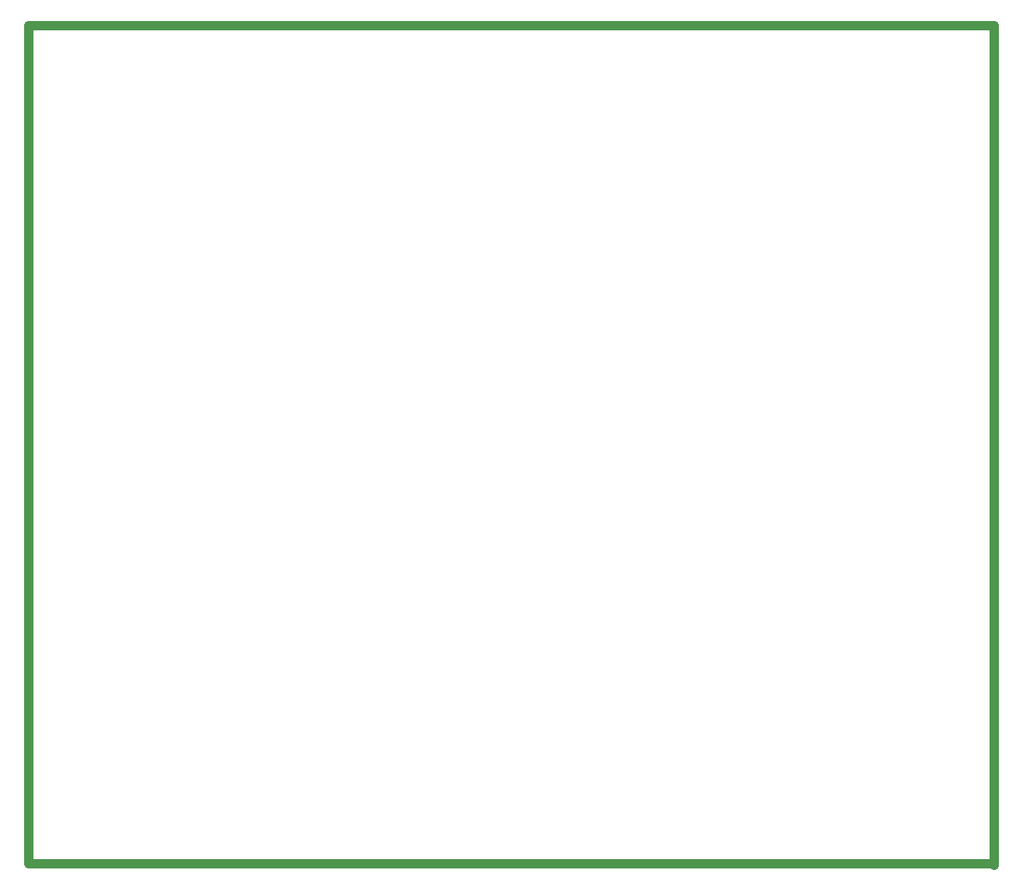
<source format=gbo>
G04*
G04 #@! TF.GenerationSoftware,Altium Limited,Altium Designer,18.0.9 (584)*
G04*
G04 Layer_Color=32896*
%FSLAX44Y44*%
%MOMM*%
G71*
G01*
G75*
%ADD18C,1.0000*%
D18*
X259080Y354330D02*
X1308100D01*
X259080Y1266190D02*
X259080Y354330D01*
X259080Y1266190D02*
X1309370D01*
Y353060D02*
Y1266190D01*
M02*

</source>
